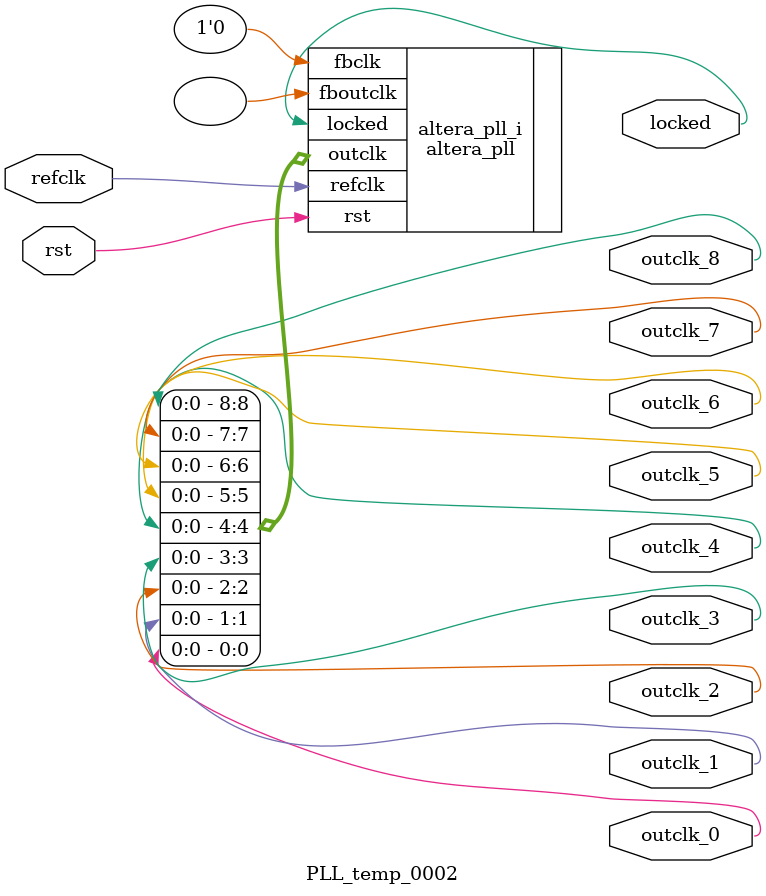
<source format=v>
`timescale 1ns/10ps
module  PLL_temp_0002(

	// interface 'refclk'
	input wire refclk,

	// interface 'reset'
	input wire rst,

	// interface 'outclk0'
	output wire outclk_0,

	// interface 'outclk1'
	output wire outclk_1,

	// interface 'outclk2'
	output wire outclk_2,

	// interface 'outclk3'
	output wire outclk_3,

	// interface 'outclk4'
	output wire outclk_4,

	// interface 'outclk5'
	output wire outclk_5,

	// interface 'outclk6'
	output wire outclk_6,

	// interface 'outclk7'
	output wire outclk_7,

	// interface 'outclk8'
	output wire outclk_8,

	// interface 'locked'
	output wire locked
);

	altera_pll #(
		.fractional_vco_multiplier("false"),
		.reference_clock_frequency("50.0 MHz"),
		.operation_mode("direct"),
		.number_of_clocks(9),
		.output_clock_frequency0("700.000000 MHz"),
		.phase_shift0("0 ps"),
		.duty_cycle0(50),
		.output_clock_frequency1("100.000000 MHz"),
		.phase_shift1("0 ps"),
		.duty_cycle1(50),
		.output_clock_frequency2("200.000000 MHz"),
		.phase_shift2("0 ps"),
		.duty_cycle2(50),
		.output_clock_frequency3("233.333333 MHz"),
		.phase_shift3("0 ps"),
		.duty_cycle3(50),
		.output_clock_frequency4("280.000000 MHz"),
		.phase_shift4("0 ps"),
		.duty_cycle4(50),
		.output_clock_frequency5("350.000000 MHz"),
		.phase_shift5("0 ps"),
		.duty_cycle5(50),
		.output_clock_frequency6("466.666666 MHz"),
		.phase_shift6("0 ps"),
		.duty_cycle6(50),
		.output_clock_frequency7("25.000000 MHz"),
		.phase_shift7("0 ps"),
		.duty_cycle7(50),
		.output_clock_frequency8("5.000000 MHz"),
		.phase_shift8("0 ps"),
		.duty_cycle8(50),
		.output_clock_frequency9("0 MHz"),
		.phase_shift9("0 ps"),
		.duty_cycle9(50),
		.output_clock_frequency10("0 MHz"),
		.phase_shift10("0 ps"),
		.duty_cycle10(50),
		.output_clock_frequency11("0 MHz"),
		.phase_shift11("0 ps"),
		.duty_cycle11(50),
		.output_clock_frequency12("0 MHz"),
		.phase_shift12("0 ps"),
		.duty_cycle12(50),
		.output_clock_frequency13("0 MHz"),
		.phase_shift13("0 ps"),
		.duty_cycle13(50),
		.output_clock_frequency14("0 MHz"),
		.phase_shift14("0 ps"),
		.duty_cycle14(50),
		.output_clock_frequency15("0 MHz"),
		.phase_shift15("0 ps"),
		.duty_cycle15(50),
		.output_clock_frequency16("0 MHz"),
		.phase_shift16("0 ps"),
		.duty_cycle16(50),
		.output_clock_frequency17("0 MHz"),
		.phase_shift17("0 ps"),
		.duty_cycle17(50),
		.pll_type("General"),
		.pll_subtype("General")
	) altera_pll_i (
		.rst	(rst),
		.outclk	({outclk_8, outclk_7, outclk_6, outclk_5, outclk_4, outclk_3, outclk_2, outclk_1, outclk_0}),
		.locked	(locked),
		.fboutclk	( ),
		.fbclk	(1'b0),
		.refclk	(refclk)
	);
endmodule


</source>
